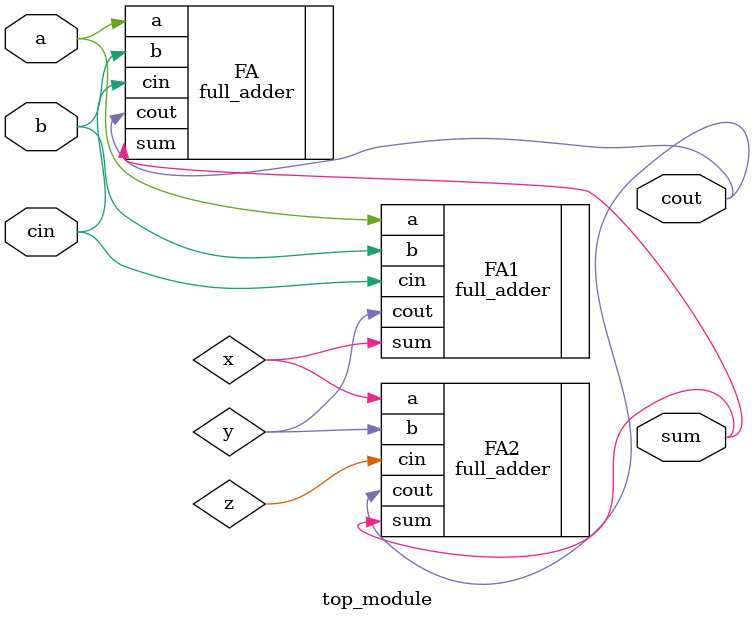
<source format=sv>
module top_module (
	input a,
	input b,
	input cin,
	output cout,
	output sum
);

  // Declare internal wire variables
  wire x;
  wire y;
  wire z;

  // Instantiate the full adder module
  full_adder FA1 (
    .a(a),
    .b(b),
    .cin(cin),
    .sum(x),
    .cout(y)
  );

  // Instantiate the second full adder module
  full_adder FA2 (
    .a(x),
    .b(y),
    .cin(z),
    .sum(sum),
    .cout(cout)
  );
  
  // Instantiation of full adder module
  full_adder FA (
    .a ( a ),
    .b ( b ),
    .cin ( cin ),
    .sum ( sum ),
    .cout ( cout )
  );

endmodule

</source>
